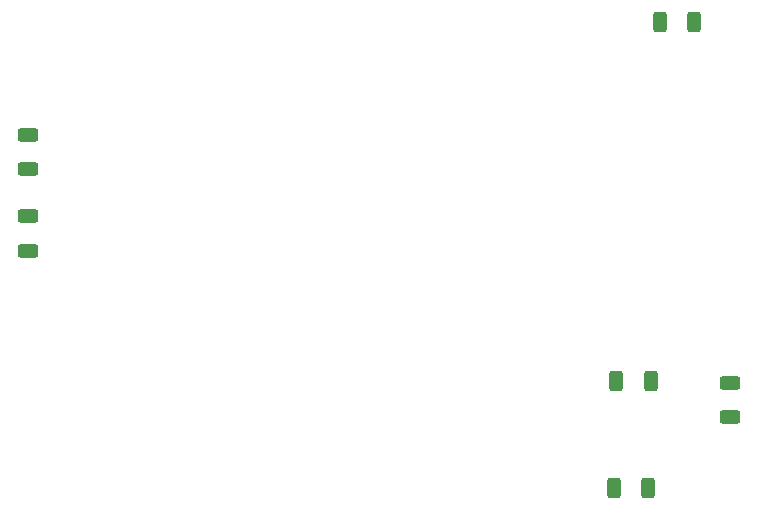
<source format=gbr>
%TF.GenerationSoftware,KiCad,Pcbnew,8.0.4*%
%TF.CreationDate,2024-11-21T09:43:36-08:00*%
%TF.ProjectId,ChargeGuard_Pro_Plus_ECE411,43686172-6765-4477-9561-72645f50726f,1.0.3*%
%TF.SameCoordinates,Original*%
%TF.FileFunction,Paste,Top*%
%TF.FilePolarity,Positive*%
%FSLAX46Y46*%
G04 Gerber Fmt 4.6, Leading zero omitted, Abs format (unit mm)*
G04 Created by KiCad (PCBNEW 8.0.4) date 2024-11-21 09:43:36*
%MOMM*%
%LPD*%
G01*
G04 APERTURE LIST*
G04 Aperture macros list*
%AMRoundRect*
0 Rectangle with rounded corners*
0 $1 Rounding radius*
0 $2 $3 $4 $5 $6 $7 $8 $9 X,Y pos of 4 corners*
0 Add a 4 corners polygon primitive as box body*
4,1,4,$2,$3,$4,$5,$6,$7,$8,$9,$2,$3,0*
0 Add four circle primitives for the rounded corners*
1,1,$1+$1,$2,$3*
1,1,$1+$1,$4,$5*
1,1,$1+$1,$6,$7*
1,1,$1+$1,$8,$9*
0 Add four rect primitives between the rounded corners*
20,1,$1+$1,$2,$3,$4,$5,0*
20,1,$1+$1,$4,$5,$6,$7,0*
20,1,$1+$1,$6,$7,$8,$9,0*
20,1,$1+$1,$8,$9,$2,$3,0*%
G04 Aperture macros list end*
%ADD10RoundRect,0.250000X0.625000X-0.312500X0.625000X0.312500X-0.625000X0.312500X-0.625000X-0.312500X0*%
%ADD11RoundRect,0.250000X-0.312500X-0.625000X0.312500X-0.625000X0.312500X0.625000X-0.312500X0.625000X0*%
%ADD12RoundRect,0.250000X0.312500X0.625000X-0.312500X0.625000X-0.312500X-0.625000X0.312500X-0.625000X0*%
%ADD13RoundRect,0.250000X-0.625000X0.312500X-0.625000X-0.312500X0.625000X-0.312500X0.625000X0.312500X0*%
G04 APERTURE END LIST*
D10*
%TO.C,R1*%
X132430000Y-97052500D03*
X132430000Y-94127500D03*
%TD*%
D11*
%TO.C,R5*%
X122787500Y-94000000D03*
X125712500Y-94000000D03*
%TD*%
D12*
%TO.C,R7*%
X129382500Y-63590000D03*
X126457500Y-63590000D03*
%TD*%
D13*
%TO.C,R3*%
X73005000Y-73127500D03*
X73005000Y-76052500D03*
%TD*%
D11*
%TO.C,R2*%
X122575000Y-103000000D03*
X125500000Y-103000000D03*
%TD*%
D13*
%TO.C,R4*%
X73005000Y-80052500D03*
X73005000Y-82977500D03*
%TD*%
M02*

</source>
